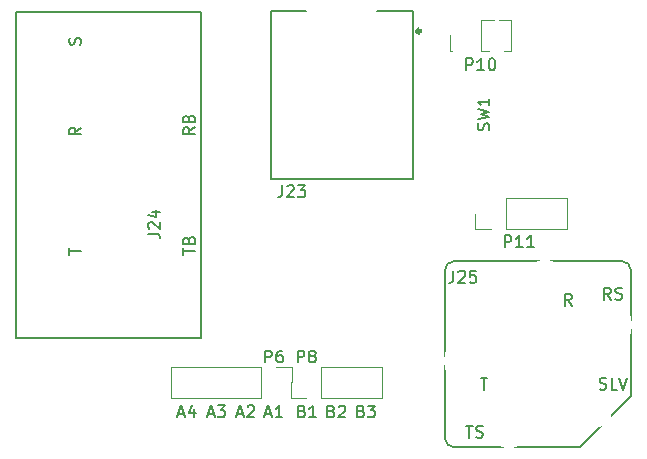
<source format=gto>
G04 #@! TF.FileFunction,Legend,Top*
%FSLAX46Y46*%
G04 Gerber Fmt 4.6, Leading zero omitted, Abs format (unit mm)*
G04 Created by KiCad (PCBNEW 4.0.2-stable) date 2020-02-08 1:43:22 PM*
%MOMM*%
G01*
G04 APERTURE LIST*
%ADD10C,0.200000*%
%ADD11C,0.150000*%
%ADD12C,0.120000*%
%ADD13C,0.127000*%
%ADD14C,0.340000*%
%ADD15C,0.010000*%
%ADD16C,1.100000*%
%ADD17R,1.750000X4.600000*%
%ADD18R,1.800000X1.800000*%
%ADD19O,1.800000X1.800000*%
%ADD20R,2.100000X2.850000*%
%ADD21O,2.100000X2.850000*%
%ADD22C,6.450000*%
%ADD23C,3.275000*%
%ADD24C,3.351200*%
%ADD25C,4.545000*%
%ADD26O,3.600000X1.800000*%
%ADD27O,1.800000X3.600000*%
G04 APERTURE END LIST*
D10*
D11*
X327869239Y-91333571D02*
X328012096Y-91381190D01*
X328059715Y-91428810D01*
X328107334Y-91524048D01*
X328107334Y-91666905D01*
X328059715Y-91762143D01*
X328012096Y-91809762D01*
X327916858Y-91857381D01*
X327535905Y-91857381D01*
X327535905Y-90857381D01*
X327869239Y-90857381D01*
X327964477Y-90905000D01*
X328012096Y-90952619D01*
X328059715Y-91047857D01*
X328059715Y-91143095D01*
X328012096Y-91238333D01*
X327964477Y-91285952D01*
X327869239Y-91333571D01*
X327535905Y-91333571D01*
X328440667Y-90857381D02*
X329059715Y-90857381D01*
X328726381Y-91238333D01*
X328869239Y-91238333D01*
X328964477Y-91285952D01*
X329012096Y-91333571D01*
X329059715Y-91428810D01*
X329059715Y-91666905D01*
X329012096Y-91762143D01*
X328964477Y-91809762D01*
X328869239Y-91857381D01*
X328583524Y-91857381D01*
X328488286Y-91809762D01*
X328440667Y-91762143D01*
X325369239Y-91333571D02*
X325512096Y-91381190D01*
X325559715Y-91428810D01*
X325607334Y-91524048D01*
X325607334Y-91666905D01*
X325559715Y-91762143D01*
X325512096Y-91809762D01*
X325416858Y-91857381D01*
X325035905Y-91857381D01*
X325035905Y-90857381D01*
X325369239Y-90857381D01*
X325464477Y-90905000D01*
X325512096Y-90952619D01*
X325559715Y-91047857D01*
X325559715Y-91143095D01*
X325512096Y-91238333D01*
X325464477Y-91285952D01*
X325369239Y-91333571D01*
X325035905Y-91333571D01*
X325988286Y-90952619D02*
X326035905Y-90905000D01*
X326131143Y-90857381D01*
X326369239Y-90857381D01*
X326464477Y-90905000D01*
X326512096Y-90952619D01*
X326559715Y-91047857D01*
X326559715Y-91143095D01*
X326512096Y-91285952D01*
X325940667Y-91857381D01*
X326559715Y-91857381D01*
X322869239Y-91333571D02*
X323012096Y-91381190D01*
X323059715Y-91428810D01*
X323107334Y-91524048D01*
X323107334Y-91666905D01*
X323059715Y-91762143D01*
X323012096Y-91809762D01*
X322916858Y-91857381D01*
X322535905Y-91857381D01*
X322535905Y-90857381D01*
X322869239Y-90857381D01*
X322964477Y-90905000D01*
X323012096Y-90952619D01*
X323059715Y-91047857D01*
X323059715Y-91143095D01*
X323012096Y-91238333D01*
X322964477Y-91285952D01*
X322869239Y-91333571D01*
X322535905Y-91333571D01*
X324059715Y-91857381D02*
X323488286Y-91857381D01*
X323774000Y-91857381D02*
X323774000Y-90857381D01*
X323678762Y-91000238D01*
X323583524Y-91095476D01*
X323488286Y-91143095D01*
X317427714Y-91555667D02*
X317903905Y-91555667D01*
X317332476Y-91841381D02*
X317665809Y-90841381D01*
X317999143Y-91841381D01*
X318284857Y-90936619D02*
X318332476Y-90889000D01*
X318427714Y-90841381D01*
X318665810Y-90841381D01*
X318761048Y-90889000D01*
X318808667Y-90936619D01*
X318856286Y-91031857D01*
X318856286Y-91127095D01*
X318808667Y-91269952D01*
X318237238Y-91841381D01*
X318856286Y-91841381D01*
X312427714Y-91555667D02*
X312903905Y-91555667D01*
X312332476Y-91841381D02*
X312665809Y-90841381D01*
X312999143Y-91841381D01*
X313761048Y-91174714D02*
X313761048Y-91841381D01*
X313522952Y-90793762D02*
X313284857Y-91508048D01*
X313903905Y-91508048D01*
X314927714Y-91555667D02*
X315403905Y-91555667D01*
X314832476Y-91841381D02*
X315165809Y-90841381D01*
X315499143Y-91841381D01*
X315737238Y-90841381D02*
X316356286Y-90841381D01*
X316022952Y-91222333D01*
X316165810Y-91222333D01*
X316261048Y-91269952D01*
X316308667Y-91317571D01*
X316356286Y-91412810D01*
X316356286Y-91650905D01*
X316308667Y-91746143D01*
X316261048Y-91793762D01*
X316165810Y-91841381D01*
X315880095Y-91841381D01*
X315784857Y-91793762D01*
X315737238Y-91746143D01*
X319777714Y-91555667D02*
X320253905Y-91555667D01*
X319682476Y-91841381D02*
X320015809Y-90841381D01*
X320349143Y-91841381D01*
X321206286Y-91841381D02*
X320634857Y-91841381D01*
X320920571Y-91841381D02*
X320920571Y-90841381D01*
X320825333Y-90984238D01*
X320730095Y-91079476D01*
X320634857Y-91127095D01*
D12*
X311760000Y-87570000D02*
X311760000Y-90230000D01*
X319440000Y-87570000D02*
X311760000Y-87570000D01*
X319440000Y-90230000D02*
X311760000Y-90230000D01*
X319440000Y-87570000D02*
X319440000Y-90230000D01*
X320710000Y-87570000D02*
X322040000Y-87570000D01*
X322040000Y-87570000D02*
X322040000Y-88900000D01*
X329660000Y-90230000D02*
X329660000Y-87570000D01*
X324520000Y-90230000D02*
X329660000Y-90230000D01*
X324520000Y-87570000D02*
X329660000Y-87570000D01*
X324520000Y-90230000D02*
X324520000Y-87570000D01*
X323250000Y-90230000D02*
X321920000Y-90230000D01*
X321920000Y-90230000D02*
X321920000Y-88900000D01*
X340614026Y-60830932D02*
X340614026Y-58170932D01*
X338014026Y-60830932D02*
X340614026Y-60830932D01*
X338014026Y-58170932D02*
X340614026Y-58170932D01*
X338014026Y-60830932D02*
X338014026Y-58170932D01*
X336744026Y-60830932D02*
X335414026Y-60830932D01*
X335414026Y-60830932D02*
X335414026Y-59500932D01*
X345284026Y-75930932D02*
X345284026Y-73270932D01*
X340144026Y-75930932D02*
X345284026Y-75930932D01*
X340144026Y-73270932D02*
X345284026Y-73270932D01*
X340144026Y-75930932D02*
X340144026Y-73270932D01*
X338874026Y-75930932D02*
X337544026Y-75930932D01*
X337544026Y-75930932D02*
X337544026Y-74600932D01*
D11*
X350728026Y-79388932D02*
G75*
G03X349966026Y-78626932I-762000J0D01*
G01*
X350728026Y-90056932D02*
X346410026Y-94374932D01*
X334980026Y-79388932D02*
X334980026Y-93612932D01*
X335742026Y-94374932D02*
X346410026Y-94374932D01*
X350728026Y-90056932D02*
X350728026Y-79388932D01*
X349966026Y-78626932D02*
X335742026Y-78626932D01*
X335742026Y-78626932D02*
G75*
G03X334980026Y-79388932I0J-762000D01*
G01*
X334980026Y-93612932D02*
G75*
G03X335742026Y-94374932I762000J0D01*
G01*
X298689500Y-57516800D02*
X314310500Y-57516800D01*
X298689500Y-85152000D02*
X314310500Y-85152000D01*
X314310500Y-85152000D02*
X314310500Y-57516800D01*
X298689500Y-85152000D02*
X298689500Y-57516800D01*
D13*
X329250000Y-57450000D02*
X332250000Y-57450000D01*
X332250000Y-57450000D02*
X332250000Y-71650000D01*
X332250000Y-71650000D02*
X320250000Y-71650000D01*
X320250000Y-71650000D02*
X320250000Y-57450000D01*
X320250000Y-57450000D02*
X323250000Y-57450000D01*
D14*
X332920000Y-59150000D02*
G75*
G03X332920000Y-59150000I-170000J0D01*
G01*
D11*
X338694762Y-67533333D02*
X338742381Y-67390476D01*
X338742381Y-67152380D01*
X338694762Y-67057142D01*
X338647143Y-67009523D01*
X338551905Y-66961904D01*
X338456667Y-66961904D01*
X338361429Y-67009523D01*
X338313810Y-67057142D01*
X338266190Y-67152380D01*
X338218571Y-67342857D01*
X338170952Y-67438095D01*
X338123333Y-67485714D01*
X338028095Y-67533333D01*
X337932857Y-67533333D01*
X337837619Y-67485714D01*
X337790000Y-67438095D01*
X337742381Y-67342857D01*
X337742381Y-67104761D01*
X337790000Y-66961904D01*
X337742381Y-66628571D02*
X338742381Y-66390476D01*
X338028095Y-66199999D01*
X338742381Y-66009523D01*
X337742381Y-65771428D01*
X338742381Y-64866666D02*
X338742381Y-65438095D01*
X338742381Y-65152381D02*
X337742381Y-65152381D01*
X337885238Y-65247619D01*
X337980476Y-65342857D01*
X338028095Y-65438095D01*
X319761905Y-87202381D02*
X319761905Y-86202381D01*
X320142858Y-86202381D01*
X320238096Y-86250000D01*
X320285715Y-86297619D01*
X320333334Y-86392857D01*
X320333334Y-86535714D01*
X320285715Y-86630952D01*
X320238096Y-86678571D01*
X320142858Y-86726190D01*
X319761905Y-86726190D01*
X321190477Y-86202381D02*
X321000000Y-86202381D01*
X320904762Y-86250000D01*
X320857143Y-86297619D01*
X320761905Y-86440476D01*
X320714286Y-86630952D01*
X320714286Y-87011905D01*
X320761905Y-87107143D01*
X320809524Y-87154762D01*
X320904762Y-87202381D01*
X321095239Y-87202381D01*
X321190477Y-87154762D01*
X321238096Y-87107143D01*
X321285715Y-87011905D01*
X321285715Y-86773810D01*
X321238096Y-86678571D01*
X321190477Y-86630952D01*
X321095239Y-86583333D01*
X320904762Y-86583333D01*
X320809524Y-86630952D01*
X320761905Y-86678571D01*
X320714286Y-86773810D01*
X322511905Y-87202381D02*
X322511905Y-86202381D01*
X322892858Y-86202381D01*
X322988096Y-86250000D01*
X323035715Y-86297619D01*
X323083334Y-86392857D01*
X323083334Y-86535714D01*
X323035715Y-86630952D01*
X322988096Y-86678571D01*
X322892858Y-86726190D01*
X322511905Y-86726190D01*
X323654762Y-86630952D02*
X323559524Y-86583333D01*
X323511905Y-86535714D01*
X323464286Y-86440476D01*
X323464286Y-86392857D01*
X323511905Y-86297619D01*
X323559524Y-86250000D01*
X323654762Y-86202381D01*
X323845239Y-86202381D01*
X323940477Y-86250000D01*
X323988096Y-86297619D01*
X324035715Y-86392857D01*
X324035715Y-86440476D01*
X323988096Y-86535714D01*
X323940477Y-86583333D01*
X323845239Y-86630952D01*
X323654762Y-86630952D01*
X323559524Y-86678571D01*
X323511905Y-86726190D01*
X323464286Y-86821429D01*
X323464286Y-87011905D01*
X323511905Y-87107143D01*
X323559524Y-87154762D01*
X323654762Y-87202381D01*
X323845239Y-87202381D01*
X323940477Y-87154762D01*
X323988096Y-87107143D01*
X324035715Y-87011905D01*
X324035715Y-86821429D01*
X323988096Y-86726190D01*
X323940477Y-86678571D01*
X323845239Y-86630952D01*
X336765714Y-62452381D02*
X336765714Y-61452381D01*
X337146667Y-61452381D01*
X337241905Y-61500000D01*
X337289524Y-61547619D01*
X337337143Y-61642857D01*
X337337143Y-61785714D01*
X337289524Y-61880952D01*
X337241905Y-61928571D01*
X337146667Y-61976190D01*
X336765714Y-61976190D01*
X338289524Y-62452381D02*
X337718095Y-62452381D01*
X338003809Y-62452381D02*
X338003809Y-61452381D01*
X337908571Y-61595238D01*
X337813333Y-61690476D01*
X337718095Y-61738095D01*
X338908571Y-61452381D02*
X339003810Y-61452381D01*
X339099048Y-61500000D01*
X339146667Y-61547619D01*
X339194286Y-61642857D01*
X339241905Y-61833333D01*
X339241905Y-62071429D01*
X339194286Y-62261905D01*
X339146667Y-62357143D01*
X339099048Y-62404762D01*
X339003810Y-62452381D01*
X338908571Y-62452381D01*
X338813333Y-62404762D01*
X338765714Y-62357143D01*
X338718095Y-62261905D01*
X338670476Y-62071429D01*
X338670476Y-61833333D01*
X338718095Y-61642857D01*
X338765714Y-61547619D01*
X338813333Y-61500000D01*
X338908571Y-61452381D01*
X340035714Y-77452381D02*
X340035714Y-76452381D01*
X340416667Y-76452381D01*
X340511905Y-76500000D01*
X340559524Y-76547619D01*
X340607143Y-76642857D01*
X340607143Y-76785714D01*
X340559524Y-76880952D01*
X340511905Y-76928571D01*
X340416667Y-76976190D01*
X340035714Y-76976190D01*
X341559524Y-77452381D02*
X340988095Y-77452381D01*
X341273809Y-77452381D02*
X341273809Y-76452381D01*
X341178571Y-76595238D01*
X341083333Y-76690476D01*
X340988095Y-76738095D01*
X342511905Y-77452381D02*
X341940476Y-77452381D01*
X342226190Y-77452381D02*
X342226190Y-76452381D01*
X342130952Y-76595238D01*
X342035714Y-76690476D01*
X341940476Y-76738095D01*
X335690477Y-79452381D02*
X335690477Y-80166667D01*
X335642857Y-80309524D01*
X335547619Y-80404762D01*
X335404762Y-80452381D01*
X335309524Y-80452381D01*
X336119048Y-79547619D02*
X336166667Y-79500000D01*
X336261905Y-79452381D01*
X336500001Y-79452381D01*
X336595239Y-79500000D01*
X336642858Y-79547619D01*
X336690477Y-79642857D01*
X336690477Y-79738095D01*
X336642858Y-79880952D01*
X336071429Y-80452381D01*
X336690477Y-80452381D01*
X337595239Y-79452381D02*
X337119048Y-79452381D01*
X337071429Y-79928571D01*
X337119048Y-79880952D01*
X337214286Y-79833333D01*
X337452382Y-79833333D01*
X337547620Y-79880952D01*
X337595239Y-79928571D01*
X337642858Y-80023810D01*
X337642858Y-80261905D01*
X337595239Y-80357143D01*
X337547620Y-80404762D01*
X337452382Y-80452381D01*
X337214286Y-80452381D01*
X337119048Y-80404762D01*
X337071429Y-80357143D01*
X336758121Y-92557313D02*
X337329550Y-92557313D01*
X337043835Y-93557313D02*
X337043835Y-92557313D01*
X337615264Y-93509694D02*
X337758121Y-93557313D01*
X337996217Y-93557313D01*
X338091455Y-93509694D01*
X338139074Y-93462075D01*
X338186693Y-93366837D01*
X338186693Y-93271599D01*
X338139074Y-93176361D01*
X338091455Y-93128742D01*
X337996217Y-93081122D01*
X337805740Y-93033503D01*
X337710502Y-92985884D01*
X337662883Y-92938265D01*
X337615264Y-92843027D01*
X337615264Y-92747789D01*
X337662883Y-92652551D01*
X337710502Y-92604932D01*
X337805740Y-92557313D01*
X338043836Y-92557313D01*
X338186693Y-92604932D01*
X337996312Y-88493313D02*
X338567741Y-88493313D01*
X338282026Y-89493313D02*
X338282026Y-88493313D01*
X345703550Y-82381313D02*
X345370216Y-81905122D01*
X345132121Y-82381313D02*
X345132121Y-81381313D01*
X345513074Y-81381313D01*
X345608312Y-81428932D01*
X345655931Y-81476551D01*
X345703550Y-81571789D01*
X345703550Y-81714646D01*
X345655931Y-81809884D01*
X345608312Y-81857503D01*
X345513074Y-81905122D01*
X345132121Y-81905122D01*
X349037360Y-81873313D02*
X348704026Y-81397122D01*
X348465931Y-81873313D02*
X348465931Y-80873313D01*
X348846884Y-80873313D01*
X348942122Y-80920932D01*
X348989741Y-80968551D01*
X349037360Y-81063789D01*
X349037360Y-81206646D01*
X348989741Y-81301884D01*
X348942122Y-81349503D01*
X348846884Y-81397122D01*
X348465931Y-81397122D01*
X349418312Y-81825694D02*
X349561169Y-81873313D01*
X349799265Y-81873313D01*
X349894503Y-81825694D01*
X349942122Y-81778075D01*
X349989741Y-81682837D01*
X349989741Y-81587599D01*
X349942122Y-81492361D01*
X349894503Y-81444742D01*
X349799265Y-81397122D01*
X349608788Y-81349503D01*
X349513550Y-81301884D01*
X349465931Y-81254265D01*
X349418312Y-81159027D01*
X349418312Y-81063789D01*
X349465931Y-80968551D01*
X349513550Y-80920932D01*
X349608788Y-80873313D01*
X349846884Y-80873313D01*
X349989741Y-80920932D01*
X348084978Y-89445694D02*
X348227835Y-89493313D01*
X348465931Y-89493313D01*
X348561169Y-89445694D01*
X348608788Y-89398075D01*
X348656407Y-89302837D01*
X348656407Y-89207599D01*
X348608788Y-89112361D01*
X348561169Y-89064742D01*
X348465931Y-89017122D01*
X348275454Y-88969503D01*
X348180216Y-88921884D01*
X348132597Y-88874265D01*
X348084978Y-88779027D01*
X348084978Y-88683789D01*
X348132597Y-88588551D01*
X348180216Y-88540932D01*
X348275454Y-88493313D01*
X348513550Y-88493313D01*
X348656407Y-88540932D01*
X349561169Y-89493313D02*
X349084978Y-89493313D01*
X349084978Y-88493313D01*
X349751645Y-88493313D02*
X350084978Y-89493313D01*
X350418312Y-88493313D01*
X309852381Y-76309523D02*
X310566667Y-76309523D01*
X310709524Y-76357143D01*
X310804762Y-76452381D01*
X310852381Y-76595238D01*
X310852381Y-76690476D01*
X309947619Y-75880952D02*
X309900000Y-75833333D01*
X309852381Y-75738095D01*
X309852381Y-75499999D01*
X309900000Y-75404761D01*
X309947619Y-75357142D01*
X310042857Y-75309523D01*
X310138095Y-75309523D01*
X310280952Y-75357142D01*
X310852381Y-75928571D01*
X310852381Y-75309523D01*
X310185714Y-74452380D02*
X310852381Y-74452380D01*
X309804762Y-74690476D02*
X310519048Y-74928571D01*
X310519048Y-74309523D01*
X304110762Y-60291714D02*
X304158381Y-60148857D01*
X304158381Y-59910761D01*
X304110762Y-59815523D01*
X304063143Y-59767904D01*
X303967905Y-59720285D01*
X303872667Y-59720285D01*
X303777429Y-59767904D01*
X303729810Y-59815523D01*
X303682190Y-59910761D01*
X303634571Y-60101238D01*
X303586952Y-60196476D01*
X303539333Y-60244095D01*
X303444095Y-60291714D01*
X303348857Y-60291714D01*
X303253619Y-60244095D01*
X303206000Y-60196476D01*
X303158381Y-60101238D01*
X303158381Y-59863142D01*
X303206000Y-59720285D01*
X304158381Y-67316476D02*
X303682190Y-67649810D01*
X304158381Y-67887905D02*
X303158381Y-67887905D01*
X303158381Y-67506952D01*
X303206000Y-67411714D01*
X303253619Y-67364095D01*
X303348857Y-67316476D01*
X303491714Y-67316476D01*
X303586952Y-67364095D01*
X303634571Y-67411714D01*
X303682190Y-67506952D01*
X303682190Y-67887905D01*
X303158381Y-78071714D02*
X303158381Y-77500285D01*
X304158381Y-77786000D02*
X303158381Y-77786000D01*
X312810381Y-78063714D02*
X312810381Y-77492285D01*
X313810381Y-77778000D02*
X312810381Y-77778000D01*
X313286571Y-76825618D02*
X313334190Y-76682761D01*
X313381810Y-76635142D01*
X313477048Y-76587523D01*
X313619905Y-76587523D01*
X313715143Y-76635142D01*
X313762762Y-76682761D01*
X313810381Y-76777999D01*
X313810381Y-77158952D01*
X312810381Y-77158952D01*
X312810381Y-76825618D01*
X312858000Y-76730380D01*
X312905619Y-76682761D01*
X313000857Y-76635142D01*
X313096095Y-76635142D01*
X313191333Y-76682761D01*
X313238952Y-76730380D01*
X313286571Y-76825618D01*
X313286571Y-77158952D01*
X313810381Y-67308476D02*
X313334190Y-67641810D01*
X313810381Y-67879905D02*
X312810381Y-67879905D01*
X312810381Y-67498952D01*
X312858000Y-67403714D01*
X312905619Y-67356095D01*
X313000857Y-67308476D01*
X313143714Y-67308476D01*
X313238952Y-67356095D01*
X313286571Y-67403714D01*
X313334190Y-67498952D01*
X313334190Y-67879905D01*
X313286571Y-66546571D02*
X313334190Y-66403714D01*
X313381810Y-66356095D01*
X313477048Y-66308476D01*
X313619905Y-66308476D01*
X313715143Y-66356095D01*
X313762762Y-66403714D01*
X313810381Y-66498952D01*
X313810381Y-66879905D01*
X312810381Y-66879905D01*
X312810381Y-66546571D01*
X312858000Y-66451333D01*
X312905619Y-66403714D01*
X313000857Y-66356095D01*
X313096095Y-66356095D01*
X313191333Y-66403714D01*
X313238952Y-66451333D01*
X313286571Y-66546571D01*
X313286571Y-66879905D01*
X321190477Y-72202381D02*
X321190477Y-72916667D01*
X321142857Y-73059524D01*
X321047619Y-73154762D01*
X320904762Y-73202381D01*
X320809524Y-73202381D01*
X321619048Y-72297619D02*
X321666667Y-72250000D01*
X321761905Y-72202381D01*
X322000001Y-72202381D01*
X322095239Y-72250000D01*
X322142858Y-72297619D01*
X322190477Y-72392857D01*
X322190477Y-72488095D01*
X322142858Y-72630952D01*
X321571429Y-73202381D01*
X322190477Y-73202381D01*
X322523810Y-72202381D02*
X323142858Y-72202381D01*
X322809524Y-72583333D01*
X322952382Y-72583333D01*
X323047620Y-72630952D01*
X323095239Y-72678571D01*
X323142858Y-72773810D01*
X323142858Y-73011905D01*
X323095239Y-73107143D01*
X323047620Y-73154762D01*
X322952382Y-73202381D01*
X322666667Y-73202381D01*
X322571429Y-73154762D01*
X322523810Y-73107143D01*
%LPC*%
D15*
G36*
X319452801Y-79552528D02*
X319437957Y-79662340D01*
X319411940Y-79765105D01*
X319374695Y-79857269D01*
X319374065Y-79858524D01*
X319319400Y-79949825D01*
X319252872Y-80029712D01*
X319173996Y-80098430D01*
X319082290Y-80156225D01*
X318977270Y-80203343D01*
X318858453Y-80240032D01*
X318725354Y-80266536D01*
X318577491Y-80283102D01*
X318534716Y-80285918D01*
X318433071Y-80289195D01*
X318325885Y-80288210D01*
X318219123Y-80283231D01*
X318118748Y-80274528D01*
X318036899Y-80263419D01*
X317972667Y-80250257D01*
X317902924Y-80231843D01*
X317833307Y-80209973D01*
X317769451Y-80186442D01*
X317716990Y-80163044D01*
X317709498Y-80159148D01*
X317671357Y-80136707D01*
X317629331Y-80108698D01*
X317587869Y-80078428D01*
X317551416Y-80049201D01*
X317524417Y-80024324D01*
X317517060Y-80016083D01*
X317497353Y-79991679D01*
X317455587Y-80031319D01*
X317366465Y-80103481D01*
X317263474Y-80163961D01*
X317146639Y-80212750D01*
X317015982Y-80249837D01*
X316942861Y-80264447D01*
X316857687Y-80275997D01*
X316759829Y-80283805D01*
X316654215Y-80287870D01*
X316545773Y-80288193D01*
X316439431Y-80284774D01*
X316340116Y-80277613D01*
X316252756Y-80266711D01*
X316238949Y-80264399D01*
X316104175Y-80233958D01*
X315983652Y-80192321D01*
X315877313Y-80139433D01*
X315785089Y-80075238D01*
X315706913Y-79999682D01*
X315642718Y-79912709D01*
X315592434Y-79814264D01*
X315557594Y-79710464D01*
X315548091Y-79661932D01*
X315540889Y-79600275D01*
X315536119Y-79530382D01*
X315533916Y-79457140D01*
X315534413Y-79385438D01*
X315537742Y-79320165D01*
X315544036Y-79266208D01*
X315545305Y-79259070D01*
X315574109Y-79144854D01*
X315615406Y-79042477D01*
X315669559Y-78951646D01*
X315736927Y-78872074D01*
X315817873Y-78803468D01*
X315912759Y-78745539D01*
X316021945Y-78697997D01*
X316145794Y-78660552D01*
X316284667Y-78632913D01*
X316334321Y-78625834D01*
X316381428Y-78621405D01*
X316442092Y-78618203D01*
X316511909Y-78616229D01*
X316529662Y-78616052D01*
X316529662Y-78962994D01*
X316455632Y-78964663D01*
X316390224Y-78968255D01*
X316337254Y-78973859D01*
X316334321Y-78974297D01*
X316224455Y-78996218D01*
X316130512Y-79026362D01*
X316051956Y-79065321D01*
X315988250Y-79113685D01*
X315938858Y-79172048D01*
X315903243Y-79240999D01*
X315880869Y-79321131D01*
X315871200Y-79413035D01*
X315871691Y-79484406D01*
X315876249Y-79540397D01*
X315884164Y-79593325D01*
X315893851Y-79634085D01*
X315921889Y-79704481D01*
X315959734Y-79763284D01*
X316009088Y-79811995D01*
X316071654Y-79852115D01*
X316149134Y-79885145D01*
X316195326Y-79899855D01*
X316256812Y-79915384D01*
X316321927Y-79926978D01*
X316394062Y-79934992D01*
X316476606Y-79939778D01*
X316572952Y-79941690D01*
X316597631Y-79941760D01*
X316731444Y-79938698D01*
X316849074Y-79929185D01*
X316951450Y-79912799D01*
X317039498Y-79889119D01*
X317114149Y-79857722D01*
X317176331Y-79818186D01*
X317226971Y-79770090D01*
X317266999Y-79713012D01*
X317297343Y-79646530D01*
X317306216Y-79619750D01*
X317316697Y-79569437D01*
X317322438Y-79507598D01*
X317323499Y-79440205D01*
X317319939Y-79373229D01*
X317311819Y-79312640D01*
X317302751Y-79274915D01*
X317272231Y-79201770D01*
X317228808Y-79139131D01*
X317171736Y-79086409D01*
X317100274Y-79043015D01*
X317013676Y-79008360D01*
X316941146Y-78988396D01*
X316895541Y-78980389D01*
X316835656Y-78973774D01*
X316765310Y-78968638D01*
X316688317Y-78965070D01*
X316608495Y-78963159D01*
X316529662Y-78962994D01*
X316529662Y-78616052D01*
X316586471Y-78615484D01*
X316661370Y-78615969D01*
X316732202Y-78617685D01*
X316794558Y-78620632D01*
X316844032Y-78624813D01*
X316851393Y-78625718D01*
X316995438Y-78650250D01*
X317124138Y-78684094D01*
X317237793Y-78727373D01*
X317336699Y-78780209D01*
X317421156Y-78842724D01*
X317452286Y-78871790D01*
X317490750Y-78910293D01*
X317533928Y-78869972D01*
X317612239Y-78805646D01*
X317699221Y-78751375D01*
X317796286Y-78706665D01*
X317904842Y-78671021D01*
X318026299Y-78643952D01*
X318162068Y-78624962D01*
X318257001Y-78616829D01*
X318335077Y-78613970D01*
X318335077Y-78962486D01*
X318262684Y-78963701D01*
X318199037Y-78966821D01*
X318155718Y-78970926D01*
X318052061Y-78988539D01*
X317959649Y-79013592D01*
X317880403Y-79045426D01*
X317816243Y-79083383D01*
X317806897Y-79090458D01*
X317764319Y-79133743D01*
X317727064Y-79190749D01*
X317697224Y-79257347D01*
X317676887Y-79329406D01*
X317672182Y-79356679D01*
X317667965Y-79410740D01*
X317668350Y-79473929D01*
X317672914Y-79538502D01*
X317681237Y-79596715D01*
X317686519Y-79620417D01*
X317712161Y-79693147D01*
X317748923Y-79754544D01*
X317798135Y-79805824D01*
X317861126Y-79848207D01*
X317939225Y-79882911D01*
X317991604Y-79899894D01*
X318053081Y-79915415D01*
X318118224Y-79927003D01*
X318190420Y-79935010D01*
X318273051Y-79939789D01*
X318369504Y-79941692D01*
X318393774Y-79941760D01*
X318487483Y-79940721D01*
X318567015Y-79937326D01*
X318636225Y-79931208D01*
X318698968Y-79922002D01*
X318759101Y-79909340D01*
X318774275Y-79905567D01*
X318865526Y-79876062D01*
X318941473Y-79837679D01*
X319002759Y-79789568D01*
X319050025Y-79730878D01*
X319083913Y-79660758D01*
X319105066Y-79578359D01*
X319114124Y-79482828D01*
X319114580Y-79454643D01*
X319112562Y-79382977D01*
X319105588Y-79323536D01*
X319092623Y-79270833D01*
X319072636Y-79219380D01*
X319068637Y-79210727D01*
X319029391Y-79148545D01*
X318974371Y-79094397D01*
X318904300Y-79048771D01*
X318819902Y-79012152D01*
X318738250Y-78988660D01*
X318693950Y-78980898D01*
X318635376Y-78974340D01*
X318566366Y-78969103D01*
X318490754Y-78965304D01*
X318412379Y-78963059D01*
X318335077Y-78962486D01*
X318335077Y-78613970D01*
X318374915Y-78612510D01*
X318495435Y-78614833D01*
X318614618Y-78623398D01*
X318728519Y-78637804D01*
X318833193Y-78657650D01*
X318924696Y-78682536D01*
X318933840Y-78685582D01*
X319003741Y-78712708D01*
X319073527Y-78745776D01*
X319136486Y-78781417D01*
X319170519Y-78804332D01*
X319217764Y-78844155D01*
X319266653Y-78894108D01*
X319312179Y-78948474D01*
X319349335Y-79001535D01*
X319361307Y-79022182D01*
X319401520Y-79113908D01*
X319430830Y-79216360D01*
X319449183Y-79325983D01*
X319456524Y-79439224D01*
X319452801Y-79552528D01*
X319452801Y-79552528D01*
G37*
X319452801Y-79552528D02*
X319437957Y-79662340D01*
X319411940Y-79765105D01*
X319374695Y-79857269D01*
X319374065Y-79858524D01*
X319319400Y-79949825D01*
X319252872Y-80029712D01*
X319173996Y-80098430D01*
X319082290Y-80156225D01*
X318977270Y-80203343D01*
X318858453Y-80240032D01*
X318725354Y-80266536D01*
X318577491Y-80283102D01*
X318534716Y-80285918D01*
X318433071Y-80289195D01*
X318325885Y-80288210D01*
X318219123Y-80283231D01*
X318118748Y-80274528D01*
X318036899Y-80263419D01*
X317972667Y-80250257D01*
X317902924Y-80231843D01*
X317833307Y-80209973D01*
X317769451Y-80186442D01*
X317716990Y-80163044D01*
X317709498Y-80159148D01*
X317671357Y-80136707D01*
X317629331Y-80108698D01*
X317587869Y-80078428D01*
X317551416Y-80049201D01*
X317524417Y-80024324D01*
X317517060Y-80016083D01*
X317497353Y-79991679D01*
X317455587Y-80031319D01*
X317366465Y-80103481D01*
X317263474Y-80163961D01*
X317146639Y-80212750D01*
X317015982Y-80249837D01*
X316942861Y-80264447D01*
X316857687Y-80275997D01*
X316759829Y-80283805D01*
X316654215Y-80287870D01*
X316545773Y-80288193D01*
X316439431Y-80284774D01*
X316340116Y-80277613D01*
X316252756Y-80266711D01*
X316238949Y-80264399D01*
X316104175Y-80233958D01*
X315983652Y-80192321D01*
X315877313Y-80139433D01*
X315785089Y-80075238D01*
X315706913Y-79999682D01*
X315642718Y-79912709D01*
X315592434Y-79814264D01*
X315557594Y-79710464D01*
X315548091Y-79661932D01*
X315540889Y-79600275D01*
X315536119Y-79530382D01*
X315533916Y-79457140D01*
X315534413Y-79385438D01*
X315537742Y-79320165D01*
X315544036Y-79266208D01*
X315545305Y-79259070D01*
X315574109Y-79144854D01*
X315615406Y-79042477D01*
X315669559Y-78951646D01*
X315736927Y-78872074D01*
X315817873Y-78803468D01*
X315912759Y-78745539D01*
X316021945Y-78697997D01*
X316145794Y-78660552D01*
X316284667Y-78632913D01*
X316334321Y-78625834D01*
X316381428Y-78621405D01*
X316442092Y-78618203D01*
X316511909Y-78616229D01*
X316529662Y-78616052D01*
X316529662Y-78962994D01*
X316455632Y-78964663D01*
X316390224Y-78968255D01*
X316337254Y-78973859D01*
X316334321Y-78974297D01*
X316224455Y-78996218D01*
X316130512Y-79026362D01*
X316051956Y-79065321D01*
X315988250Y-79113685D01*
X315938858Y-79172048D01*
X315903243Y-79240999D01*
X315880869Y-79321131D01*
X315871200Y-79413035D01*
X315871691Y-79484406D01*
X315876249Y-79540397D01*
X315884164Y-79593325D01*
X315893851Y-79634085D01*
X315921889Y-79704481D01*
X315959734Y-79763284D01*
X316009088Y-79811995D01*
X316071654Y-79852115D01*
X316149134Y-79885145D01*
X316195326Y-79899855D01*
X316256812Y-79915384D01*
X316321927Y-79926978D01*
X316394062Y-79934992D01*
X316476606Y-79939778D01*
X316572952Y-79941690D01*
X316597631Y-79941760D01*
X316731444Y-79938698D01*
X316849074Y-79929185D01*
X316951450Y-79912799D01*
X317039498Y-79889119D01*
X317114149Y-79857722D01*
X317176331Y-79818186D01*
X317226971Y-79770090D01*
X317266999Y-79713012D01*
X317297343Y-79646530D01*
X317306216Y-79619750D01*
X317316697Y-79569437D01*
X317322438Y-79507598D01*
X317323499Y-79440205D01*
X317319939Y-79373229D01*
X317311819Y-79312640D01*
X317302751Y-79274915D01*
X317272231Y-79201770D01*
X317228808Y-79139131D01*
X317171736Y-79086409D01*
X317100274Y-79043015D01*
X317013676Y-79008360D01*
X316941146Y-78988396D01*
X316895541Y-78980389D01*
X316835656Y-78973774D01*
X316765310Y-78968638D01*
X316688317Y-78965070D01*
X316608495Y-78963159D01*
X316529662Y-78962994D01*
X316529662Y-78616052D01*
X316586471Y-78615484D01*
X316661370Y-78615969D01*
X316732202Y-78617685D01*
X316794558Y-78620632D01*
X316844032Y-78624813D01*
X316851393Y-78625718D01*
X316995438Y-78650250D01*
X317124138Y-78684094D01*
X317237793Y-78727373D01*
X317336699Y-78780209D01*
X317421156Y-78842724D01*
X317452286Y-78871790D01*
X317490750Y-78910293D01*
X317533928Y-78869972D01*
X317612239Y-78805646D01*
X317699221Y-78751375D01*
X317796286Y-78706665D01*
X317904842Y-78671021D01*
X318026299Y-78643952D01*
X318162068Y-78624962D01*
X318257001Y-78616829D01*
X318335077Y-78613970D01*
X318335077Y-78962486D01*
X318262684Y-78963701D01*
X318199037Y-78966821D01*
X318155718Y-78970926D01*
X318052061Y-78988539D01*
X317959649Y-79013592D01*
X317880403Y-79045426D01*
X317816243Y-79083383D01*
X317806897Y-79090458D01*
X317764319Y-79133743D01*
X317727064Y-79190749D01*
X317697224Y-79257347D01*
X317676887Y-79329406D01*
X317672182Y-79356679D01*
X317667965Y-79410740D01*
X317668350Y-79473929D01*
X317672914Y-79538502D01*
X317681237Y-79596715D01*
X317686519Y-79620417D01*
X317712161Y-79693147D01*
X317748923Y-79754544D01*
X317798135Y-79805824D01*
X317861126Y-79848207D01*
X317939225Y-79882911D01*
X317991604Y-79899894D01*
X318053081Y-79915415D01*
X318118224Y-79927003D01*
X318190420Y-79935010D01*
X318273051Y-79939789D01*
X318369504Y-79941692D01*
X318393774Y-79941760D01*
X318487483Y-79940721D01*
X318567015Y-79937326D01*
X318636225Y-79931208D01*
X318698968Y-79922002D01*
X318759101Y-79909340D01*
X318774275Y-79905567D01*
X318865526Y-79876062D01*
X318941473Y-79837679D01*
X319002759Y-79789568D01*
X319050025Y-79730878D01*
X319083913Y-79660758D01*
X319105066Y-79578359D01*
X319114124Y-79482828D01*
X319114580Y-79454643D01*
X319112562Y-79382977D01*
X319105588Y-79323536D01*
X319092623Y-79270833D01*
X319072636Y-79219380D01*
X319068637Y-79210727D01*
X319029391Y-79148545D01*
X318974371Y-79094397D01*
X318904300Y-79048771D01*
X318819902Y-79012152D01*
X318738250Y-78988660D01*
X318693950Y-78980898D01*
X318635376Y-78974340D01*
X318566366Y-78969103D01*
X318490754Y-78965304D01*
X318412379Y-78963059D01*
X318335077Y-78962486D01*
X318335077Y-78613970D01*
X318374915Y-78612510D01*
X318495435Y-78614833D01*
X318614618Y-78623398D01*
X318728519Y-78637804D01*
X318833193Y-78657650D01*
X318924696Y-78682536D01*
X318933840Y-78685582D01*
X319003741Y-78712708D01*
X319073527Y-78745776D01*
X319136486Y-78781417D01*
X319170519Y-78804332D01*
X319217764Y-78844155D01*
X319266653Y-78894108D01*
X319312179Y-78948474D01*
X319349335Y-79001535D01*
X319361307Y-79022182D01*
X319401520Y-79113908D01*
X319430830Y-79216360D01*
X319449183Y-79325983D01*
X319456524Y-79439224D01*
X319452801Y-79552528D01*
G36*
X319453064Y-81396670D02*
X319449264Y-81465612D01*
X319443088Y-81527929D01*
X319434635Y-81578714D01*
X319434084Y-81581169D01*
X319399317Y-81698194D01*
X319351055Y-81803488D01*
X319289207Y-81897117D01*
X319213676Y-81979147D01*
X319124371Y-82049644D01*
X319021197Y-82108676D01*
X318904060Y-82156309D01*
X318772866Y-82192608D01*
X318627523Y-82217640D01*
X318519478Y-82228339D01*
X318482984Y-82230184D01*
X318428433Y-82231748D01*
X318355909Y-82233029D01*
X318265494Y-82234027D01*
X318157273Y-82234741D01*
X318031328Y-82235173D01*
X317887744Y-82235319D01*
X317726603Y-82235182D01*
X317547989Y-82234759D01*
X317395679Y-82234227D01*
X317237586Y-82233581D01*
X317096565Y-82232942D01*
X316971541Y-82232290D01*
X316861442Y-82231609D01*
X316765197Y-82230878D01*
X316681731Y-82230079D01*
X316609974Y-82229193D01*
X316548852Y-82228202D01*
X316497293Y-82227086D01*
X316454225Y-82225828D01*
X316418575Y-82224407D01*
X316389270Y-82222806D01*
X316365238Y-82221006D01*
X316345407Y-82218987D01*
X316328704Y-82216732D01*
X316320714Y-82215428D01*
X316198874Y-82190668D01*
X316092201Y-82160705D01*
X315998179Y-82124382D01*
X315914288Y-82080540D01*
X315838010Y-82028021D01*
X315766828Y-81965668D01*
X315757484Y-81956445D01*
X315686840Y-81876611D01*
X315630356Y-81791764D01*
X315587358Y-81700053D01*
X315557176Y-81599626D01*
X315539138Y-81488629D01*
X315532574Y-81365211D01*
X315532606Y-81335862D01*
X315533728Y-81286499D01*
X315535917Y-81237808D01*
X315538837Y-81195969D01*
X315541561Y-81170964D01*
X315563377Y-81071714D01*
X315599102Y-80972716D01*
X315646345Y-80879523D01*
X315701915Y-80798674D01*
X315779166Y-80717189D01*
X315870832Y-80646632D01*
X315976937Y-80586992D01*
X316097504Y-80538257D01*
X316232559Y-80500413D01*
X316311643Y-80484481D01*
X316325621Y-80482611D01*
X316345851Y-80480932D01*
X316373210Y-80479437D01*
X316408576Y-80478115D01*
X316452830Y-80476957D01*
X316506848Y-80475956D01*
X316571510Y-80475101D01*
X316647694Y-80474384D01*
X316736279Y-80473796D01*
X316838143Y-80473328D01*
X316954165Y-80472970D01*
X317085223Y-80472715D01*
X317232196Y-80472553D01*
X317395963Y-80472475D01*
X317482285Y-80472466D01*
X317482285Y-80803339D01*
X317358267Y-80803397D01*
X317235961Y-80803596D01*
X317116895Y-80803936D01*
X317002596Y-80804419D01*
X316894589Y-80805044D01*
X316794402Y-80805811D01*
X316703561Y-80806722D01*
X316623592Y-80807776D01*
X316556023Y-80808973D01*
X316502380Y-80810315D01*
X316464190Y-80811801D01*
X316446408Y-80813031D01*
X316324364Y-80830534D01*
X316217782Y-80857098D01*
X316126224Y-80893051D01*
X316049250Y-80938720D01*
X315986418Y-80994433D01*
X315937291Y-81060518D01*
X315901427Y-81137302D01*
X315878387Y-81225112D01*
X315876237Y-81237821D01*
X315870649Y-81299800D01*
X315871216Y-81369938D01*
X315877414Y-81441229D01*
X315888721Y-81506670D01*
X315899127Y-81544451D01*
X315931815Y-81620711D01*
X315975577Y-81686183D01*
X316031435Y-81741594D01*
X316100410Y-81787671D01*
X316183523Y-81825141D01*
X316281797Y-81854730D01*
X316357758Y-81870712D01*
X316373256Y-81873243D01*
X316390859Y-81875502D01*
X316411684Y-81877509D01*
X316436851Y-81879285D01*
X316467476Y-81880851D01*
X316504677Y-81882228D01*
X316549574Y-81883437D01*
X316603282Y-81884500D01*
X316666922Y-81885437D01*
X316741609Y-81886268D01*
X316828463Y-81887016D01*
X316928601Y-81887701D01*
X317043141Y-81888344D01*
X317173201Y-81888966D01*
X317319900Y-81889589D01*
X317374743Y-81889808D01*
X317551219Y-81890421D01*
X317710555Y-81890782D01*
X317853752Y-81890871D01*
X317981810Y-81890664D01*
X318095731Y-81890141D01*
X318196516Y-81889279D01*
X318285166Y-81888057D01*
X318362681Y-81886453D01*
X318430064Y-81884445D01*
X318488315Y-81882011D01*
X318538435Y-81879130D01*
X318581425Y-81875779D01*
X318618286Y-81871938D01*
X318650020Y-81867584D01*
X318677626Y-81862696D01*
X318684290Y-81861326D01*
X318786418Y-81834128D01*
X318873083Y-81798622D01*
X318945348Y-81753988D01*
X319004276Y-81699404D01*
X319050930Y-81634050D01*
X319086374Y-81557104D01*
X319089455Y-81548414D01*
X319097472Y-81523305D01*
X319103106Y-81499374D01*
X319106744Y-81472676D01*
X319108774Y-81439269D01*
X319109581Y-81395209D01*
X319109584Y-81343322D01*
X319109050Y-81285957D01*
X319107729Y-81242928D01*
X319105229Y-81210433D01*
X319101158Y-81184667D01*
X319095125Y-81161829D01*
X319089131Y-81144475D01*
X319062918Y-81082955D01*
X319032776Y-81032870D01*
X318994376Y-80987518D01*
X318976440Y-80969866D01*
X318912921Y-80920414D01*
X318836249Y-80880088D01*
X318745591Y-80848585D01*
X318640113Y-80825599D01*
X318548442Y-80813530D01*
X318522942Y-80811921D01*
X318480836Y-80810449D01*
X318423651Y-80809115D01*
X318352912Y-80807918D01*
X318270147Y-80806859D01*
X318176882Y-80805938D01*
X318074643Y-80805156D01*
X317964959Y-80804513D01*
X317849354Y-80804010D01*
X317729355Y-80803646D01*
X317606491Y-80803422D01*
X317482285Y-80803339D01*
X317482285Y-80472466D01*
X317490929Y-80472464D01*
X317662533Y-80472458D01*
X317817043Y-80472469D01*
X317955504Y-80472548D01*
X318078966Y-80472742D01*
X318188475Y-80473099D01*
X318285079Y-80473667D01*
X318369826Y-80474496D01*
X318443763Y-80475633D01*
X318507938Y-80477126D01*
X318563399Y-80479025D01*
X318611192Y-80481376D01*
X318652366Y-80484229D01*
X318687968Y-80487631D01*
X318719045Y-80491632D01*
X318746646Y-80496279D01*
X318771818Y-80501620D01*
X318795609Y-80507704D01*
X318819065Y-80514579D01*
X318843235Y-80522294D01*
X318869166Y-80530896D01*
X318886933Y-80536811D01*
X319006633Y-80584087D01*
X319111658Y-80641892D01*
X319202430Y-80710694D01*
X319279373Y-80790964D01*
X319342909Y-80883169D01*
X319393462Y-80987779D01*
X319431454Y-81105263D01*
X319442568Y-81152822D01*
X319449241Y-81199180D01*
X319453150Y-81258546D01*
X319454392Y-81326012D01*
X319453064Y-81396670D01*
X319453064Y-81396670D01*
G37*
X319453064Y-81396670D02*
X319449264Y-81465612D01*
X319443088Y-81527929D01*
X319434635Y-81578714D01*
X319434084Y-81581169D01*
X319399317Y-81698194D01*
X319351055Y-81803488D01*
X319289207Y-81897117D01*
X319213676Y-81979147D01*
X319124371Y-82049644D01*
X319021197Y-82108676D01*
X318904060Y-82156309D01*
X318772866Y-82192608D01*
X318627523Y-82217640D01*
X318519478Y-82228339D01*
X318482984Y-82230184D01*
X318428433Y-82231748D01*
X318355909Y-82233029D01*
X318265494Y-82234027D01*
X318157273Y-82234741D01*
X318031328Y-82235173D01*
X317887744Y-82235319D01*
X317726603Y-82235182D01*
X317547989Y-82234759D01*
X317395679Y-82234227D01*
X317237586Y-82233581D01*
X317096565Y-82232942D01*
X316971541Y-82232290D01*
X316861442Y-82231609D01*
X316765197Y-82230878D01*
X316681731Y-82230079D01*
X316609974Y-82229193D01*
X316548852Y-82228202D01*
X316497293Y-82227086D01*
X316454225Y-82225828D01*
X316418575Y-82224407D01*
X316389270Y-82222806D01*
X316365238Y-82221006D01*
X316345407Y-82218987D01*
X316328704Y-82216732D01*
X316320714Y-82215428D01*
X316198874Y-82190668D01*
X316092201Y-82160705D01*
X315998179Y-82124382D01*
X315914288Y-82080540D01*
X315838010Y-82028021D01*
X315766828Y-81965668D01*
X315757484Y-81956445D01*
X315686840Y-81876611D01*
X315630356Y-81791764D01*
X315587358Y-81700053D01*
X315557176Y-81599626D01*
X315539138Y-81488629D01*
X315532574Y-81365211D01*
X315532606Y-81335862D01*
X315533728Y-81286499D01*
X315535917Y-81237808D01*
X315538837Y-81195969D01*
X315541561Y-81170964D01*
X315563377Y-81071714D01*
X315599102Y-80972716D01*
X315646345Y-80879523D01*
X315701915Y-80798674D01*
X315779166Y-80717189D01*
X315870832Y-80646632D01*
X315976937Y-80586992D01*
X316097504Y-80538257D01*
X316232559Y-80500413D01*
X316311643Y-80484481D01*
X316325621Y-80482611D01*
X316345851Y-80480932D01*
X316373210Y-80479437D01*
X316408576Y-80478115D01*
X316452830Y-80476957D01*
X316506848Y-80475956D01*
X316571510Y-80475101D01*
X316647694Y-80474384D01*
X316736279Y-80473796D01*
X316838143Y-80473328D01*
X316954165Y-80472970D01*
X317085223Y-80472715D01*
X317232196Y-80472553D01*
X317395963Y-80472475D01*
X317482285Y-80472466D01*
X317482285Y-80803339D01*
X317358267Y-80803397D01*
X317235961Y-80803596D01*
X317116895Y-80803936D01*
X317002596Y-80804419D01*
X316894589Y-80805044D01*
X316794402Y-80805811D01*
X316703561Y-80806722D01*
X316623592Y-80807776D01*
X316556023Y-80808973D01*
X316502380Y-80810315D01*
X316464190Y-80811801D01*
X316446408Y-80813031D01*
X316324364Y-80830534D01*
X316217782Y-80857098D01*
X316126224Y-80893051D01*
X316049250Y-80938720D01*
X315986418Y-80994433D01*
X315937291Y-81060518D01*
X315901427Y-81137302D01*
X315878387Y-81225112D01*
X315876237Y-81237821D01*
X315870649Y-81299800D01*
X315871216Y-81369938D01*
X315877414Y-81441229D01*
X315888721Y-81506670D01*
X315899127Y-81544451D01*
X315931815Y-81620711D01*
X315975577Y-81686183D01*
X316031435Y-81741594D01*
X316100410Y-81787671D01*
X316183523Y-81825141D01*
X316281797Y-81854730D01*
X316357758Y-81870712D01*
X316373256Y-81873243D01*
X316390859Y-81875502D01*
X316411684Y-81877509D01*
X316436851Y-81879285D01*
X316467476Y-81880851D01*
X316504677Y-81882228D01*
X316549574Y-81883437D01*
X316603282Y-81884500D01*
X316666922Y-81885437D01*
X316741609Y-81886268D01*
X316828463Y-81887016D01*
X316928601Y-81887701D01*
X317043141Y-81888344D01*
X317173201Y-81888966D01*
X317319900Y-81889589D01*
X317374743Y-81889808D01*
X317551219Y-81890421D01*
X317710555Y-81890782D01*
X317853752Y-81890871D01*
X317981810Y-81890664D01*
X318095731Y-81890141D01*
X318196516Y-81889279D01*
X318285166Y-81888057D01*
X318362681Y-81886453D01*
X318430064Y-81884445D01*
X318488315Y-81882011D01*
X318538435Y-81879130D01*
X318581425Y-81875779D01*
X318618286Y-81871938D01*
X318650020Y-81867584D01*
X318677626Y-81862696D01*
X318684290Y-81861326D01*
X318786418Y-81834128D01*
X318873083Y-81798622D01*
X318945348Y-81753988D01*
X319004276Y-81699404D01*
X319050930Y-81634050D01*
X319086374Y-81557104D01*
X319089455Y-81548414D01*
X319097472Y-81523305D01*
X319103106Y-81499374D01*
X319106744Y-81472676D01*
X319108774Y-81439269D01*
X319109581Y-81395209D01*
X319109584Y-81343322D01*
X319109050Y-81285957D01*
X319107729Y-81242928D01*
X319105229Y-81210433D01*
X319101158Y-81184667D01*
X319095125Y-81161829D01*
X319089131Y-81144475D01*
X319062918Y-81082955D01*
X319032776Y-81032870D01*
X318994376Y-80987518D01*
X318976440Y-80969866D01*
X318912921Y-80920414D01*
X318836249Y-80880088D01*
X318745591Y-80848585D01*
X318640113Y-80825599D01*
X318548442Y-80813530D01*
X318522942Y-80811921D01*
X318480836Y-80810449D01*
X318423651Y-80809115D01*
X318352912Y-80807918D01*
X318270147Y-80806859D01*
X318176882Y-80805938D01*
X318074643Y-80805156D01*
X317964959Y-80804513D01*
X317849354Y-80804010D01*
X317729355Y-80803646D01*
X317606491Y-80803422D01*
X317482285Y-80803339D01*
X317482285Y-80472466D01*
X317490929Y-80472464D01*
X317662533Y-80472458D01*
X317817043Y-80472469D01*
X317955504Y-80472548D01*
X318078966Y-80472742D01*
X318188475Y-80473099D01*
X318285079Y-80473667D01*
X318369826Y-80474496D01*
X318443763Y-80475633D01*
X318507938Y-80477126D01*
X318563399Y-80479025D01*
X318611192Y-80481376D01*
X318652366Y-80484229D01*
X318687968Y-80487631D01*
X318719045Y-80491632D01*
X318746646Y-80496279D01*
X318771818Y-80501620D01*
X318795609Y-80507704D01*
X318819065Y-80514579D01*
X318843235Y-80522294D01*
X318869166Y-80530896D01*
X318886933Y-80536811D01*
X319006633Y-80584087D01*
X319111658Y-80641892D01*
X319202430Y-80710694D01*
X319279373Y-80790964D01*
X319342909Y-80883169D01*
X319393462Y-80987779D01*
X319431454Y-81105263D01*
X319442568Y-81152822D01*
X319449241Y-81199180D01*
X319453150Y-81258546D01*
X319454392Y-81326012D01*
X319453064Y-81396670D01*
D16*
X333750000Y-88750000D03*
X333750000Y-87500000D03*
X333750000Y-77000000D03*
X333750000Y-64500000D03*
X333750000Y-63250000D03*
X333750000Y-62000000D03*
X333750000Y-75750000D03*
D17*
X335994026Y-66250932D03*
X340494026Y-66250932D03*
D18*
X320710000Y-88900000D03*
D19*
X318170000Y-88900000D03*
X315630000Y-88900000D03*
X313090000Y-88900000D03*
D18*
X323250000Y-88900000D03*
D19*
X325790000Y-88900000D03*
X328330000Y-88900000D03*
D20*
X336644026Y-59650932D03*
D21*
X339384026Y-59650932D03*
D18*
X338874026Y-74600932D03*
D19*
X341414026Y-74600932D03*
X343954026Y-74600932D03*
D22*
X342854026Y-86500932D03*
D23*
X343412826Y-80150932D03*
X349204026Y-84062532D03*
X336504026Y-87059732D03*
X340415626Y-92850932D03*
X347523759Y-91170665D03*
D24*
X306500000Y-75500000D03*
D25*
X301750200Y-62800000D03*
X301750200Y-70420000D03*
X301750200Y-80580000D03*
X311656200Y-70420000D03*
X311656200Y-80580000D03*
D26*
X326250000Y-59250000D03*
D27*
X321750000Y-62750000D03*
X331250000Y-67550000D03*
M02*

</source>
